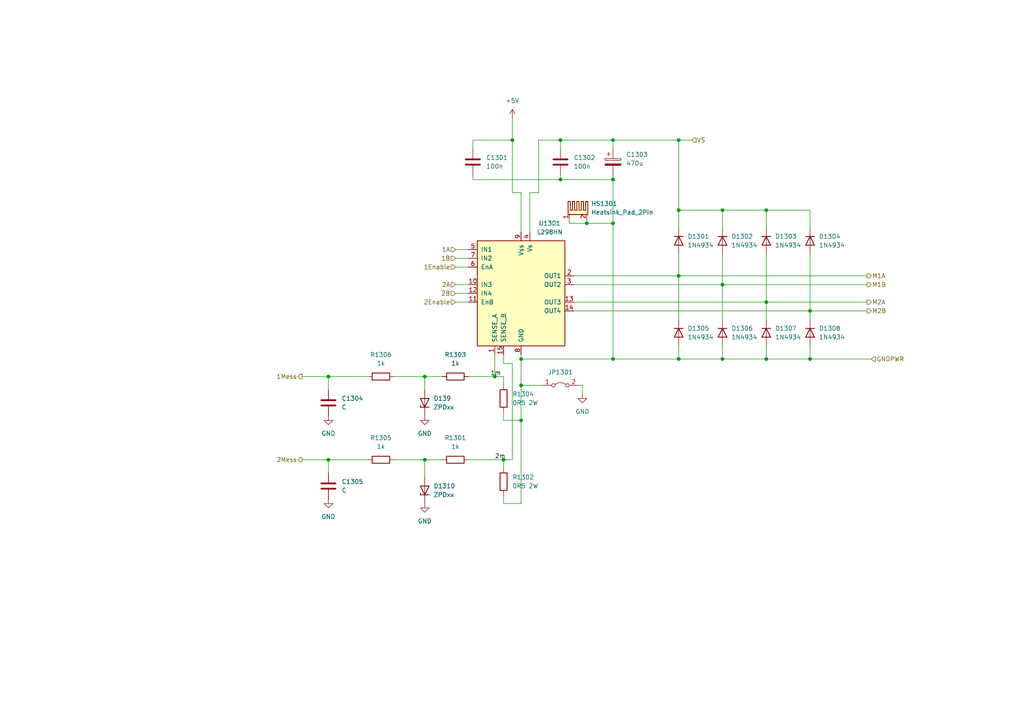
<source format=kicad_sch>
(kicad_sch (version 20211123) (generator eeschema)
  (paper "A4")
  (title_block (title "ESP32 Relaiskarte") (date "2022-03-20") (rev "REV") (company "makerspace Bocholt") (comment 1 "+ optionale Servo Ansteuerung") (comment 2 "+ optionale Lan Karte") (comment 4 "Frank Tobergte"))
  (lib_symbols
    (symbol "Device:C" (pin_numbers hide) (pin_names (offset 0.254))
      (property "Reference" "C" (at 0.635 2.54 0))
      (property "Value" "C" (at 0.635 -2.54 0))
      (symbol "C_0_1"
        (polyline (pts (xy -2.032 -0.762) (xy 2.032 -0.762)) (stroke (width 0.508)))
        (polyline (pts (xy -2.032 0.762) (xy 2.032 0.762)) (stroke (width 0.508)))
      )
      (symbol "C_1_1"
        (pin passive line (at 0 3.81 270) (length 2.794) (name "~") (number "1"))
        (pin passive line (at 0 -3.81 90) (length 2.794) (name "~") (number "2"))
      )
    )
    (symbol "Device:C_Polarized" (pin_numbers hide) (pin_names (offset 0.254))
      (property "Reference" "C" (at 0.635 2.54 0))
      (property "Value" "C_Polarized" (at 0.635 -2.54 0))
      (symbol "C_Polarized_0_1"
        (rectangle (start -2.286 0.508) (end 2.286 1.016))
        (polyline (pts (xy -1.778 2.286) (xy -0.762 2.286)))
        (polyline (pts (xy -1.27 2.794) (xy -1.27 1.778)))
        (rectangle (start 2.286 -0.508) (end -2.286 -1.016) (fill (type outline)))
      )
      (symbol "C_Polarized_1_1"
        (pin passive line (at 0 3.81 270) (length 2.794) (name "~") (number "1"))
        (pin passive line (at 0 -3.81 90) (length 2.794) (name "~") (number "2"))
      )
    )
    (symbol "Device:R" (pin_numbers hide) (pin_names (offset 0))
      (property "Reference" "R" (at 2.032 0 90))
      (property "Value" "R" (at 0 0 90))
      (symbol "R_0_1"
        (rectangle (start -1.016 -2.54) (end 1.016 2.54) (stroke (width 0.254)))
      )
      (symbol "R_1_1"
        (pin passive line (at 0 3.81 270) (length 1.27) (name "~") (number "1"))
        (pin passive line (at 0 -3.81 90) (length 1.27) (name "~") (number "2"))
      )
    )
    (symbol "Diode:1N4002" (pin_numbers hide) (pin_names (offset 1.016) hide)
      (property "Reference" "D" (at 0 2.54 0))
      (property "Value" "1N4002" (at 0 -2.54 0))
      (symbol "1N4002_0_1"
        (polyline (pts (xy -1.27 1.27) (xy -1.27 -1.27)) (stroke (width 0.254)))
        (polyline (pts (xy 1.27 0) (xy -1.27 0)))
        (polyline (pts (xy 1.27 1.27) (xy 1.27 -1.27) (xy -1.27 0) (xy 1.27 1.27)) (stroke (width 0.254)))
      )
      (symbol "1N4002_1_1"
        (pin passive line (at -3.81 0 0) (length 2.54) (name "K") (number "1"))
        (pin passive line (at 3.81 0 180) (length 2.54) (name "A") (number "2"))
      )
    )
    (symbol "Diode:ZPDxx" (pin_numbers hide) (pin_names (offset 1.016) hide)
      (property "Reference" "D" (at 0 2.54 0))
      (property "Value" "ZPDxx" (at 0 -2.54 0))
      (symbol "ZPDxx_0_1"
        (polyline (pts (xy 1.27 0) (xy -1.27 0)))
        (polyline (pts (xy -1.27 -1.27) (xy -1.27 1.27) (xy -0.762 1.27)) (stroke (width 0.254)))
        (polyline (pts (xy 1.27 -1.27) (xy 1.27 1.27) (xy -1.27 0) (xy 1.27 -1.27)) (stroke (width 0.254)))
      )
      (symbol "ZPDxx_1_1"
        (pin passive line (at -3.81 0 0) (length 2.54) (name "K") (number "1"))
        (pin passive line (at 3.81 0 180) (length 2.54) (name "A") (number "2"))
      )
    )
    (symbol "Driver_Motor:L298HN" (pin_names (offset 1.016))
      (property "Reference" "U" (at -10.16 16.51 0))
      (property "Value" "L298HN" (at 12.7 16.51 0))
      (symbol "L298HN_0_1"
        (rectangle (start -12.7 15.24) (end 12.7 -15.24) (stroke (width 0.254)) (fill (type background)))
      )
      (symbol "L298HN_1_1"
        (pin power_in line (at -7.62 -17.78 90) (length 2.54) (name "SENSE_A") (number "1"))
        (pin input line (at -15.24 2.54 0) (length 2.54) (name "IN3") (number "10"))
        (pin input line (at -15.24 -2.54 0) (length 2.54) (name "EnB") (number "11"))
        (pin input line (at -15.24 0 0) (length 2.54) (name "IN4") (number "12"))
        (pin output line (at 15.24 -2.54 180) (length 2.54) (name "OUT3") (number "13"))
        (pin output line (at 15.24 -5.08 180) (length 2.54) (name "OUT4") (number "14"))
        (pin power_in line (at -5.08 -17.78 90) (length 2.54) (name "SENSE_B") (number "15"))
        (pin output line (at 15.24 5.08 180) (length 2.54) (name "OUT1") (number "2"))
        (pin output line (at 15.24 2.54 180) (length 2.54) (name "OUT2") (number "3"))
        (pin power_in line (at 2.54 17.78 270) (length 2.54) (name "Vs") (number "4"))
        (pin input line (at -15.24 12.7 0) (length 2.54) (name "IN1") (number "5"))
        (pin input line (at -15.24 7.62 0) (length 2.54) (name "EnA") (number "6"))
        (pin input line (at -15.24 10.16 0) (length 2.54) (name "IN2") (number "7"))
        (pin power_in line (at 0 -17.78 90) (length 2.54) (name "GND") (number "8"))
        (pin power_in line (at 0 17.78 270) (length 2.54) (name "Vss") (number "9"))
      )
    )
    (symbol "Jumper:Jumper_2_Bridged" (pin_names (offset 0) hide)
      (property "Reference" "JP" (at 0 1.905 0))
      (property "Value" "Jumper_2_Bridged" (at 0 -2.54 0))
      (symbol "Jumper_2_Bridged_0_0"
        (circle (center -2.032 0) (radius 0.508))
        (circle (center 2.032 0) (radius 0.508))
      )
      (symbol "Jumper_2_Bridged_0_1"
        (arc (start 1.524 0.254) (mid 0 0.762) (end -1.524 0.254))
      )
      (symbol "Jumper_2_Bridged_1_1"
        (pin passive line (at -5.08 0 0) (length 2.54) (name "A") (number "1"))
        (pin passive line (at 5.08 0 180) (length 2.54) (name "B") (number "2"))
      )
    )
    (symbol "Mechanical:Heatsink_Pad_2Pin" (pin_names (offset 0))
      (property "Reference" "HS" (at 0 5.715 0))
      (property "Value" "Heatsink_Pad_2Pin" (at 0 3.81 0))
      (symbol "Heatsink_Pad_2Pin_0_1"
        (polyline (pts (xy -0.3302 0) (xy -0.9652 0) (xy -0.9652 2.54) (xy -1.6002 2.54) (xy -1.6002 0) (xy -2.2352 0) (xy -2.2352 2.54) (xy -2.8702 2.54) (xy -2.8702 -1.27) (xy -0.9652 -1.27)) (stroke (width 0.254)) (fill (type background)))
        (polyline (pts (xy -0.3302 0) (xy -0.3302 2.54) (xy 0.3048 2.54) (xy 0.3048 0) (xy 0.9398 0) (xy 0.9398 2.54) (xy 1.5748 2.54) (xy 1.5748 0) (xy 2.2098 0) (xy 2.2098 2.54) (xy 2.8448 2.54) (xy 2.8448 -1.27) (xy -0.9652 -1.27)) (stroke (width 0.254)) (fill (type background)))
      )
      (symbol "Heatsink_Pad_2Pin_1_1"
        (pin passive line (at -2.54 -2.54 90) (length 1.27) (name "~") (number "1"))
        (pin passive line (at 2.54 -2.54 90) (length 1.27) (name "~") (number "2"))
      )
    )
    (symbol "power:+5V" (power) (pin_names (offset 0))
      (property "Value" "+5V" (at 0 3.556 0))
      (symbol "+5V_0_1"
        (polyline (pts (xy -0.762 1.27) (xy 0 2.54)))
        (polyline (pts (xy 0 0) (xy 0 2.54)))
        (polyline (pts (xy 0 2.54) (xy 0.762 1.27)))
      )
      (symbol "+5V_1_1"
        (pin power_in line (at 0 0 90) (length 0) hide (name "+5V") (number "1"))
      )
    )
    (symbol "power:GND" (power) (pin_names (offset 0))
      (property "Value" "GND" (at 0 -3.81 0))
      (symbol "GND_0_1"
        (polyline (pts (xy 0 0) (xy 0 -1.27) (xy 1.27 -1.27) (xy 0 -2.54) (xy -1.27 -1.27) (xy 0 -1.27)))
      )
      (symbol "GND_1_1"
        (pin power_in line (at 0 0 270) (length 0) hide (name "GND") (number "1"))
      )
    )
  )
  (junction (at 146.05 133.35))
  (junction (at 177.8 64.77))
  (junction (at 170.18 64.77))
  (junction (at 177.8 104.14))
  (junction (at 196.85 40.64))
  (junction (at 209.55 104.14))
  (junction (at 143.51 109.22))
  (junction (at 177.8 52.07))
  (junction (at 209.55 60.96))
  (junction (at 234.95 104.14))
  (junction (at 95.25 133.35))
  (junction (at 95.25 109.22))
  (junction (at 196.85 60.96))
  (junction (at 222.25 60.96))
  (junction (at 123.19 133.35))
  (junction (at 162.56 40.64))
  (junction (at 177.8 40.64))
  (junction (at 151.13 111.76))
  (junction (at 151.13 121.92))
  (junction (at 162.56 52.07))
  (junction (at 209.55 82.55))
  (junction (at 222.25 87.63))
  (junction (at 234.95 90.17))
  (junction (at 196.85 80.01))
  (junction (at 148.59 40.64))
  (junction (at 222.25 104.14))
  (junction (at 196.85 104.14))
  (junction (at 123.19 109.22))
  (junction (at 151.13 104.14))
  (wire (pts (xy 156.21 40.64) (xy 162.56 40.64)))
  (wire (pts (xy 123.19 109.22) (xy 123.19 113.03)))
  (wire (pts (xy 222.25 100.33) (xy 222.25 104.14)))
  (wire (pts (xy 234.95 92.71) (xy 234.95 90.17)))
  (wire (pts (xy 177.8 43.18) (xy 177.8 40.64)))
  (wire (pts (xy 132.08 87.63) (xy 135.89 87.63)))
  (wire (pts (xy 151.13 104.14) (xy 177.8 104.14)))
  (wire (pts (xy 123.19 133.35) (xy 123.19 138.43)))
  (wire (pts (xy 170.18 63.5) (xy 170.18 64.77)))
  (wire (pts (xy 143.51 109.22) (xy 146.05 109.22)))
  (wire (pts (xy 209.55 100.33) (xy 209.55 104.14)))
  (wire (pts (xy 222.25 73.66) (xy 222.25 87.63)))
  (wire (pts (xy 132.08 72.39) (xy 135.89 72.39)))
  (wire (pts (xy 135.89 133.35) (xy 146.05 133.35)))
  (wire (pts (xy 146.05 121.92) (xy 151.13 121.92)))
  (wire (pts (xy 209.55 104.14) (xy 222.25 104.14)))
  (wire (pts (xy 234.95 66.04) (xy 234.95 60.96)))
  (wire (pts (xy 166.37 82.55) (xy 209.55 82.55)))
  (wire (pts (xy 146.05 135.89) (xy 146.05 133.35)))
  (wire (pts (xy 166.37 87.63) (xy 222.25 87.63)))
  (wire (pts (xy 156.21 55.88) (xy 156.21 40.64)))
  (wire (pts (xy 146.05 109.22) (xy 146.05 111.76)))
  (wire (pts (xy 222.25 87.63) (xy 251.46 87.63)))
  (wire (pts (xy 151.13 104.14) (xy 151.13 111.76)))
  (wire (pts (xy 137.16 52.07) (xy 137.16 50.8)))
  (wire (pts (xy 162.56 52.07) (xy 177.8 52.07)))
  (wire (pts (xy 165.1 63.5) (xy 165.1 64.77)))
  (wire (pts (xy 234.95 90.17) (xy 234.95 73.66)))
  (wire (pts (xy 151.13 102.87) (xy 151.13 104.14)))
  (wire (pts (xy 132.08 77.47) (xy 135.89 77.47)))
  (wire (pts (xy 148.59 105.41) (xy 148.59 133.35)))
  (wire (pts (xy 95.25 133.35) (xy 106.68 133.35)))
  (wire (pts (xy 132.08 74.93) (xy 135.89 74.93)))
  (wire (pts (xy 222.25 60.96) (xy 222.25 66.04)))
  (wire (pts (xy 87.63 133.35) (xy 95.25 133.35)))
  (wire (pts (xy 196.85 104.14) (xy 209.55 104.14)))
  (wire (pts (xy 209.55 82.55) (xy 251.46 82.55)))
  (wire (pts (xy 135.89 109.22) (xy 143.51 109.22)))
  (wire (pts (xy 166.37 80.01) (xy 196.85 80.01)))
  (wire (pts (xy 234.95 104.14) (xy 234.95 100.33)))
  (wire (pts (xy 151.13 146.05) (xy 146.05 146.05)))
  (wire (pts (xy 148.59 34.29) (xy 148.59 40.64)))
  (wire (pts (xy 146.05 105.41) (xy 148.59 105.41)))
  (wire (pts (xy 114.3 109.22) (xy 123.19 109.22)))
  (wire (pts (xy 162.56 40.64) (xy 162.56 43.18)))
  (wire (pts (xy 166.37 90.17) (xy 234.95 90.17)))
  (wire (pts (xy 151.13 55.88) (xy 151.13 67.31)))
  (wire (pts (xy 196.85 60.96) (xy 209.55 60.96)))
  (wire (pts (xy 170.18 64.77) (xy 177.8 64.77)))
  (wire (pts (xy 222.25 104.14) (xy 234.95 104.14)))
  (wire (pts (xy 95.25 109.22) (xy 95.25 113.03)))
  (wire (pts (xy 222.25 60.96) (xy 234.95 60.96)))
  (wire (pts (xy 132.08 85.09) (xy 135.89 85.09)))
  (wire (pts (xy 196.85 73.66) (xy 196.85 80.01)))
  (wire (pts (xy 209.55 60.96) (xy 222.25 60.96)))
  (wire (pts (xy 153.67 55.88) (xy 156.21 55.88)))
  (wire (pts (xy 222.25 87.63) (xy 222.25 92.71)))
  (wire (pts (xy 114.3 133.35) (xy 123.19 133.35)))
  (wire (pts (xy 143.51 102.87) (xy 143.51 109.22)))
  (wire (pts (xy 209.55 60.96) (xy 209.55 66.04)))
  (wire (pts (xy 148.59 55.88) (xy 151.13 55.88)))
  (wire (pts (xy 146.05 119.38) (xy 146.05 121.92)))
  (wire (pts (xy 196.85 80.01) (xy 251.46 80.01)))
  (wire (pts (xy 132.08 82.55) (xy 135.89 82.55)))
  (wire (pts (xy 146.05 133.35) (xy 148.59 133.35)))
  (wire (pts (xy 196.85 40.64) (xy 200.66 40.64)))
  (wire (pts (xy 168.91 114.3) (xy 168.91 111.76)))
  (wire (pts (xy 146.05 102.87) (xy 146.05 105.41)))
  (wire (pts (xy 177.8 50.8) (xy 177.8 52.07)))
  (wire (pts (xy 153.67 67.31) (xy 153.67 55.88)))
  (wire (pts (xy 162.56 40.64) (xy 177.8 40.64)))
  (wire (pts (xy 128.27 133.35) (xy 123.19 133.35)))
  (wire (pts (xy 162.56 52.07) (xy 137.16 52.07)))
  (wire (pts (xy 196.85 100.33) (xy 196.85 104.14)))
  (wire (pts (xy 168.91 111.76) (xy 167.64 111.76)))
  (wire (pts (xy 151.13 121.92) (xy 151.13 146.05)))
  (wire (pts (xy 123.19 109.22) (xy 128.27 109.22)))
  (wire (pts (xy 151.13 111.76) (xy 151.13 121.92)))
  (wire (pts (xy 234.95 90.17) (xy 251.46 90.17)))
  (wire (pts (xy 165.1 64.77) (xy 170.18 64.77)))
  (wire (pts (xy 209.55 82.55) (xy 209.55 92.71)))
  (wire (pts (xy 177.8 64.77) (xy 177.8 104.14)))
  (wire (pts (xy 177.8 52.07) (xy 177.8 64.77)))
  (wire (pts (xy 196.85 40.64) (xy 196.85 60.96)))
  (wire (pts (xy 137.16 40.64) (xy 148.59 40.64)))
  (wire (pts (xy 177.8 40.64) (xy 196.85 40.64)))
  (wire (pts (xy 151.13 111.76) (xy 157.48 111.76)))
  (wire (pts (xy 162.56 50.8) (xy 162.56 52.07)))
  (wire (pts (xy 148.59 40.64) (xy 148.59 55.88)))
  (wire (pts (xy 209.55 73.66) (xy 209.55 82.55)))
  (wire (pts (xy 95.25 133.35) (xy 95.25 137.16)))
  (wire (pts (xy 196.85 60.96) (xy 196.85 66.04)))
  (wire (pts (xy 146.05 146.05) (xy 146.05 143.51)))
  (wire (pts (xy 87.63 109.22) (xy 95.25 109.22)))
  (wire (pts (xy 196.85 80.01) (xy 196.85 92.71)))
  (wire (pts (xy 234.95 104.14) (xy 252.73 104.14)))
  (wire (pts (xy 137.16 43.18) (xy 137.16 40.64)))
  (wire (pts (xy 177.8 104.14) (xy 196.85 104.14)))
  (wire (pts (xy 95.25 109.22) (xy 106.68 109.22)))
  (label "2m" (at 143.51 133.35 0))
  (label "1m" (at 142.24 109.22 0))
  (hierarchical_label "M1A" (shape output) (at 251.46 80.01 0))
  (hierarchical_label "2A" (shape input) (at 132.08 82.55 180))
  (hierarchical_label "1Enable" (shape input) (at 132.08 77.47 180))
  (hierarchical_label "2Mess" (shape output) (at 87.63 133.35 180))
  (hierarchical_label "1B" (shape input) (at 132.08 74.93 180))
  (hierarchical_label "1Mess" (shape output) (at 87.63 109.22 180))
  (hierarchical_label "M1B" (shape output) (at 251.46 82.55 0))
  (hierarchical_label "VS" (shape input) (at 200.66 40.64 0))
  (hierarchical_label "2Enable" (shape input) (at 132.08 87.63 180))
  (hierarchical_label "M2A" (shape output) (at 251.46 87.63 0))
  (hierarchical_label "1A" (shape input) (at 132.08 72.39 180))
  (hierarchical_label "M2B" (shape output) (at 251.46 90.17 0))
  (hierarchical_label "GNDPWR" (shape input) (at 252.73 104.14 0))
  (hierarchical_label "2B" (shape input) (at 132.08 85.09 180))
  (symbol (lib_id "Diode:1N4002") (at 222.25 96.52 270) (unit 1)
    (property "Reference" "D1307" (at 224.79 95.2499 90) (effects (justify left)))
    (property "Value" "1N4934" (at 224.79 97.7899 90) (effects (justify left)))
    (property "Footprint" "Diode_THT:D_DO-41_SOD81_P10.16mm_Horizontal" (effects hide))
    (property "Datasheet" "http://www.vishay.com/docs/88503/1n4001.pdf" (effects hide))
  )
  (symbol (lib_id "Jumper:Jumper_2_Bridged") (at 162.56 111.76 0) (unit 1)
    (property "Reference" "JP1301" (at 162.56 107.95 0))
    (property "Value" "Jumper_2_Bridged" (effects hide))
    (property "Footprint" "Jumper:SolderJumper-2_P1.3mm_Bridged2Bar_Pad1.0x1.5mm" (effects hide))
  )
  (symbol (lib_id "Diode:1N4002") (at 222.25 69.85 270) (unit 1)
    (property "Reference" "D1303" (at 224.79 68.5799 90) (effects (justify left)))
    (property "Value" "1N4934" (at 224.79 71.1199 90) (effects (justify left)))
    (property "Footprint" "Diode_THT:D_DO-41_SOD81_P12.70mm_Horizontal" (effects hide))
    (property "Datasheet" "http://www.vishay.com/docs/88503/1n4001.pdf" (effects hide))
  )
  (symbol (lib_id "Device:R") (at 110.49 133.35 90) (unit 1)
    (property "Reference" "R1305" (at 110.49 127 90))
    (property "Value" "1k" (at 110.49 129.54 90))
    (property "Footprint" "Resistor_THT:R_Axial_DIN0207_L6.3mm_D2.5mm_P2.54mm_Vertical" (effects hide))
  )
  (symbol (lib_id "Device:R") (at 132.08 109.22 90) (unit 1)
    (property "Reference" "R1303" (at 132.08 102.87 90))
    (property "Value" "1k" (at 132.08 105.41 90))
    (property "Footprint" "Resistor_THT:R_Axial_DIN0207_L6.3mm_D2.5mm_P2.54mm_Vertical" (effects hide))
  )
  (symbol (lib_id "Device:C") (at 162.56 46.99 0) (unit 1)
    (property "Reference" "C1302" (at 166.37 45.7199 0) (effects (justify left)))
    (property "Value" "100n" (at 166.37 48.2599 0) (effects (justify left)))
    (property "Footprint" "Capacitor_THT:C_Disc_D6.0mm_W2.5mm_P5.00mm" (effects hide))
  )
  (symbol (lib_id "Diode:1N4002") (at 209.55 69.85 270) (unit 1)
    (property "Reference" "D1302" (at 212.09 68.5799 90) (effects (justify left)))
    (property "Value" "1N4934" (at 212.09 71.1199 90) (effects (justify left)))
    (property "Footprint" "Diode_THT:D_DO-41_SOD81_P10.16mm_Horizontal" (effects hide))
    (property "Datasheet" "http://www.vishay.com/docs/88503/1n4001.pdf" (effects hide))
  )
  (symbol (lib_id "Diode:1N4002") (at 196.85 96.52 270) (unit 1)
    (property "Reference" "D1305" (at 199.39 95.2499 90) (effects (justify left)))
    (property "Value" "1N4934" (at 199.39 97.7899 90) (effects (justify left)))
    (property "Footprint" "Diode_THT:D_DO-41_SOD81_P10.16mm_Horizontal" (effects hide))
    (property "Datasheet" "http://www.vishay.com/docs/88503/1n4001.pdf" (effects hide))
  )
  (symbol (lib_id "Device:R") (at 146.05 139.7 0) (unit 1)
    (property "Reference" "R1302" (at 148.59 138.4299 0) (effects (justify left)))
    (property "Value" "0R5 2W" (at 148.59 140.9699 0) (effects (justify left)))
    (property "Footprint" "Resistor_THT:R_Axial_DIN0516_L15.5mm_D5.0mm_P7.62mm_Vertical" (effects hide))
  )
  (symbol (lib_id "Device:C") (at 95.25 140.97 0) (unit 1)
    (property "Reference" "C1305" (at 99.06 139.6999 0) (effects (justify left)))
    (property "Value" "C" (at 99.06 142.2399 0) (effects (justify left)))
    (property "Footprint" "Capacitor_THT:C_Disc_D6.0mm_W2.5mm_P5.00mm" (effects hide))
  )
  (symbol (lib_id "Diode:1N4002") (at 234.95 96.52 270) (unit 1)
    (property "Reference" "D1308" (at 237.49 95.2499 90) (effects (justify left)))
    (property "Value" "1N4934" (at 237.49 97.7899 90) (effects (justify left)))
    (property "Footprint" "Diode_THT:D_DO-41_SOD81_P10.16mm_Horizontal" (effects hide))
    (property "Datasheet" "http://www.vishay.com/docs/88503/1n4001.pdf" (effects hide))
  )
  (symbol (lib_id "power:GND") (at 168.91 114.3 0) (unit 1)
    (property "Reference" "#PWR01302" (effects hide))
    (property "Value" "GND" (at 168.91 119.38 0))
  )
  (symbol (lib_id "Diode:1N4002") (at 196.85 69.85 270) (unit 1)
    (property "Reference" "D1301" (at 199.39 68.5799 90) (effects (justify left)))
    (property "Value" "1N4934" (at 199.39 71.1199 90) (effects (justify left)))
    (property "Footprint" "Diode_THT:D_DO-41_SOD81_P10.16mm_Horizontal" (effects hide))
    (property "Datasheet" "http://www.vishay.com/docs/88503/1n4001.pdf" (effects hide))
  )
  (symbol (lib_id "Device:R") (at 146.05 115.57 0) (unit 1)
    (property "Reference" "R1304" (at 148.59 114.2999 0) (effects (justify left)))
    (property "Value" "0R5 2W" (at 148.59 116.8399 0) (effects (justify left)))
    (property "Footprint" "Resistor_THT:R_Axial_DIN0516_L15.5mm_D5.0mm_P7.62mm_Vertical" (effects hide))
  )
  (symbol (lib_id "power:GND") (at 95.25 144.78 0) (unit 1)
    (property "Reference" "#PWR01306" (effects hide))
    (property "Value" "GND" (at 95.25 149.86 0))
  )
  (symbol (lib_id "power:GND") (at 95.25 120.65 0) (unit 1)
    (property "Reference" "#PWR01303" (effects hide))
    (property "Value" "GND" (at 95.25 125.73 0))
  )
  (symbol (lib_id "Driver_Motor:L298HN") (at 151.13 85.09 0) (unit 1)
    (property "Reference" "U1301" (at 156.21 64.77 0) (effects (justify left)))
    (property "Value" "L298HN" (at 155.6894 67.31 0) (effects (justify left)))
    (property "Footprint" "Package_TO_SOT_THT:TO-220-15_P2.54x2.54mm_StaggerOdd_Lead4.58mm_Vertical" (effects hide))
    (property "Datasheet" "http://www.st.com/st-web-ui/static/active/en/resource/technical/document/datasheet/CD00000240.pdf" (effects hide))
  )
  (symbol (lib_id "Diode:1N4002") (at 209.55 96.52 270) (unit 1)
    (property "Reference" "D1306" (at 212.09 95.2499 90) (effects (justify left)))
    (property "Value" "1N4934" (at 212.09 97.7899 90) (effects (justify left)))
    (property "Footprint" "Diode_THT:D_DO-41_SOD81_P12.70mm_Horizontal" (effects hide))
    (property "Datasheet" "http://www.vishay.com/docs/88503/1n4001.pdf" (effects hide))
  )
  (symbol (lib_id "Diode:ZPDxx") (at 123.19 116.84 90) (unit 1)
    (property "Reference" "D139" (at 125.73 115.5699 90) (effects (justify right)))
    (property "Value" "ZPDxx" (at 125.73 118.1099 90) (effects (justify right)))
    (property "Footprint" "Diode_THT:D_DO-35_SOD27_P2.54mm_Vertical_KathodeUp" (effects hide))
    (property "Datasheet" "http://diotec.com/tl_files/diotec/files/pdf/datasheets/zpd1" (effects hide))
  )
  (symbol (lib_id "Mechanical:Heatsink_Pad_2Pin") (at 167.64 60.96 0) (unit 1)
    (property "Reference" "HS1301" (at 171.45 59.0549 0) (effects (justify left)))
    (property "Value" "Heatsink_Pad_2Pin" (at 171.45 61.5949 0) (effects (justify left)))
    (property "Footprint" "Heatsink:Heatsink_Stonecold_HS-132_32x14mm_2xFixation1.5mm" (effects hide))
  )
  (symbol (lib_id "power:GND") (at 123.19 146.05 0) (unit 1)
    (property "Reference" "#PWR01308" (effects hide))
    (property "Value" "GND" (at 123.19 151.13 0))
  )
  (symbol (lib_id "power:GND") (at 123.19 120.65 0) (unit 1)
    (property "Reference" "#PWR01305" (effects hide))
    (property "Value" "GND" (at 123.19 125.73 0))
  )
  (symbol (lib_id "Device:C") (at 95.25 116.84 0) (unit 1)
    (property "Reference" "C1304" (at 99.06 115.5699 0) (effects (justify left)))
    (property "Value" "C" (at 99.06 118.1099 0) (effects (justify left)))
    (property "Footprint" "Capacitor_THT:C_Disc_D6.0mm_W2.5mm_P5.00mm" (effects hide))
  )
  (symbol (lib_id "Device:C_Polarized") (at 177.8 46.99 0) (unit 1)
    (property "Reference" "C1303" (at 181.61 44.8309 0) (effects (justify left)))
    (property "Value" "470u" (at 181.61 47.3709 0) (effects (justify left)))
    (property "Footprint" "Capacitor_THT:CP_Radial_D12.5mm_P5.00mm" (effects hide))
  )
  (symbol (lib_id "Device:R") (at 110.49 109.22 90) (unit 1)
    (property "Reference" "R1306" (at 110.49 102.87 90))
    (property "Value" "1k" (at 110.49 105.41 90))
    (property "Footprint" "Resistor_THT:R_Axial_DIN0207_L6.3mm_D2.5mm_P2.54mm_Vertical" (effects hide))
  )
  (symbol (lib_id "Device:R") (at 132.08 133.35 90) (unit 1)
    (property "Reference" "R1301" (at 132.08 127 90))
    (property "Value" "1k" (at 132.08 129.54 90))
    (property "Footprint" "Resistor_THT:R_Axial_DIN0207_L6.3mm_D2.5mm_P2.54mm_Vertical" (effects hide))
  )
  (symbol (lib_id "power:+5V") (at 148.59 34.29 0) (unit 1)
    (property "Reference" "#PWR01301" (effects hide))
    (property "Value" "+5V" (at 148.59 29.21 0))
  )
  (symbol (lib_id "Device:C") (at 137.16 46.99 0) (unit 1)
    (property "Reference" "C1301" (at 140.97 45.7199 0) (effects (justify left)))
    (property "Value" "100n" (at 140.97 48.2599 0) (effects (justify left)))
    (property "Footprint" "Capacitor_THT:C_Disc_D6.0mm_W2.5mm_P5.00mm" (effects hide))
  )
  (symbol (lib_id "Diode:ZPDxx") (at 123.19 142.24 90) (unit 1)
    (property "Reference" "D1310" (at 125.73 140.9699 90) (effects (justify right)))
    (property "Value" "ZPDxx" (at 125.73 143.5099 90) (effects (justify right)))
    (property "Footprint" "Diode_THT:D_DO-35_SOD27_P2.54mm_Vertical_KathodeUp" (effects hide))
    (property "Datasheet" "http://diotec.com/tl_files/diotec/files/pdf/datasheets/zpd1" (effects hide))
  )
  (symbol (lib_id "Diode:1N4002") (at 234.95 69.85 270) (unit 1)
    (property "Reference" "D1304" (at 237.49 68.5799 90) (effects (justify left)))
    (property "Value" "1N4934" (at 237.49 71.1199 90) (effects (justify left)))
    (property "Footprint" "Diode_THT:D_DO-41_SOD81_P10.16mm_Horizontal" (effects hide))
    (property "Datasheet" "http://www.vishay.com/docs/88503/1n4001.pdf" (effects hide))
  )
)
</source>
